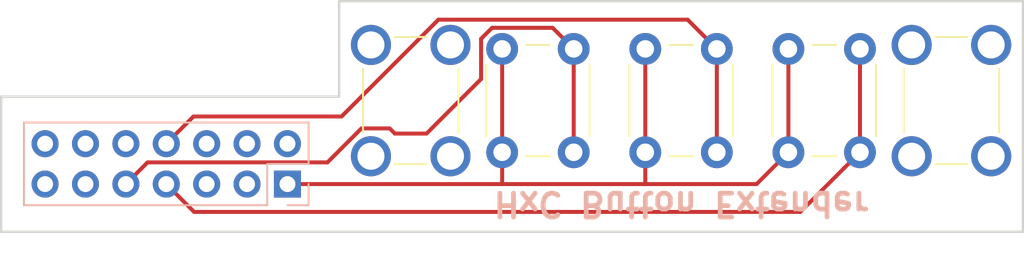
<source format=kicad_pcb>
(kicad_pcb (version 20171130) (host pcbnew "(5.1.0-0)")

  (general
    (thickness 1.6)
    (drawings 11)
    (tracks 35)
    (zones 0)
    (modules 8)
    (nets 17)
  )

  (page A4)
  (layers
    (0 F.Cu signal)
    (31 B.Cu signal)
    (32 B.Adhes user)
    (33 F.Adhes user)
    (34 B.Paste user)
    (35 F.Paste user)
    (36 B.SilkS user)
    (37 F.SilkS user)
    (38 B.Mask user)
    (39 F.Mask user)
    (40 Dwgs.User user)
    (41 Cmts.User user)
    (42 Eco1.User user)
    (43 Eco2.User user)
    (44 Edge.Cuts user)
    (45 Margin user)
    (46 B.CrtYd user)
    (47 F.CrtYd user)
    (48 B.Fab user)
    (49 F.Fab user)
  )

  (setup
    (last_trace_width 0.25)
    (trace_clearance 0.2)
    (zone_clearance 0.508)
    (zone_45_only no)
    (trace_min 0.2)
    (via_size 0.8)
    (via_drill 0.4)
    (via_min_size 0.4)
    (via_min_drill 0.3)
    (uvia_size 0.3)
    (uvia_drill 0.1)
    (uvias_allowed no)
    (uvia_min_size 0.2)
    (uvia_min_drill 0.1)
    (edge_width 0.15)
    (segment_width 0.2)
    (pcb_text_width 0.3)
    (pcb_text_size 1.5 1.5)
    (mod_edge_width 0.15)
    (mod_text_size 1 1)
    (mod_text_width 0.15)
    (pad_size 1.524 1.524)
    (pad_drill 0.762)
    (pad_to_mask_clearance 0.051)
    (solder_mask_min_width 0.25)
    (aux_axis_origin 0 0)
    (visible_elements FFFFFF7F)
    (pcbplotparams
      (layerselection 0x010f0_ffffffff)
      (usegerberextensions true)
      (usegerberattributes false)
      (usegerberadvancedattributes false)
      (creategerberjobfile false)
      (excludeedgelayer true)
      (linewidth 0.100000)
      (plotframeref false)
      (viasonmask false)
      (mode 1)
      (useauxorigin false)
      (hpglpennumber 1)
      (hpglpenspeed 20)
      (hpglpendiameter 15.000000)
      (psnegative false)
      (psa4output false)
      (plotreference true)
      (plotvalue true)
      (plotinvisibletext false)
      (padsonsilk false)
      (subtractmaskfromsilk false)
      (outputformat 1)
      (mirror false)
      (drillshape 0)
      (scaleselection 1)
      (outputdirectory "./"))
  )

  (net 0 "")
  (net 1 VSS)
  (net 2 "Net-(J1-Pad2)")
  (net 3 "Net-(J1-Pad3)")
  (net 4 "Net-(J1-Pad4)")
  (net 5 "Net-(J1-Pad5)")
  (net 6 "Net-(J1-Pad6)")
  (net 7 BUTTON_DOWN)
  (net 8 BUTTON_SELECT)
  (net 9 BUTTON_UP)
  (net 10 "Net-(J1-Pad10)")
  (net 11 "Net-(J1-Pad11)")
  (net 12 "Net-(J1-Pad12)")
  (net 13 "Net-(J1-Pad13)")
  (net 14 "Net-(J1-Pad14)")
  (net 15 "Net-(J2-Pad1)")
  (net 16 "Net-(J3-Pad1)")

  (net_class Default "This is the default net class."
    (clearance 0.2)
    (trace_width 0.25)
    (via_dia 0.8)
    (via_drill 0.4)
    (uvia_dia 0.3)
    (uvia_drill 0.1)
    (add_net BUTTON_DOWN)
    (add_net BUTTON_SELECT)
    (add_net BUTTON_UP)
    (add_net "Net-(J1-Pad10)")
    (add_net "Net-(J1-Pad11)")
    (add_net "Net-(J1-Pad12)")
    (add_net "Net-(J1-Pad13)")
    (add_net "Net-(J1-Pad14)")
    (add_net "Net-(J1-Pad2)")
    (add_net "Net-(J1-Pad3)")
    (add_net "Net-(J1-Pad4)")
    (add_net "Net-(J1-Pad5)")
    (add_net "Net-(J1-Pad6)")
    (add_net "Net-(J2-Pad1)")
    (add_net "Net-(J3-Pad1)")
    (add_net VSS)
  )

  (module MountingHole:MountingHole_3.5mm (layer F.Cu) (tedit 56D1B4CB) (tstamp 5C8C32E2)
    (at 59.5 61)
    (descr "Mounting Hole 3.5mm, no annular")
    (tags "mounting hole 3.5mm no annular")
    (path /5C8C2406)
    (attr virtual)
    (fp_text reference H1 (at 0 -4.5) (layer F.SilkS) hide
      (effects (font (size 1 1) (thickness 0.15)))
    )
    (fp_text value MountingHole (at 0 4.5) (layer F.Fab) hide
      (effects (font (size 1 1) (thickness 0.15)))
    )
    (fp_circle (center 0 0) (end 3.75 0) (layer F.CrtYd) (width 0.05))
    (fp_circle (center 0 0) (end 3.5 0) (layer Cmts.User) (width 0.15))
    (fp_text user %R (at 0.3 0) (layer F.Fab)
      (effects (font (size 1 1) (thickness 0.15)))
    )
    (pad 1 np_thru_hole circle (at 0 0) (size 3.5 3.5) (drill 3.5) (layers *.Cu *.Mask))
  )

  (module "TrueConnect:Tapped Terminal" (layer F.Cu) (tedit 5C8D7EA4) (tstamp 5C8D7FCA)
    (at 93.5 61 90)
    (path /5C8D6B23)
    (fp_text reference J3 (at 0 0.5 90) (layer F.SilkS) hide
      (effects (font (size 1 1) (thickness 0.15)))
    )
    (fp_text value Screw_Terminal_01x01 (at 0 -1.27 90) (layer F.Fab) hide
      (effects (font (size 1 1) (thickness 0.15)))
    )
    (fp_line (start -2 3) (end 2 3) (layer F.SilkS) (width 0.12))
    (fp_line (start -4 -1) (end -4 1) (layer F.SilkS) (width 0.12))
    (fp_line (start 4 -1) (end 4 1) (layer F.SilkS) (width 0.12))
    (fp_line (start -2 -3) (end 2 -3) (layer F.SilkS) (width 0.12))
    (pad 1 thru_hole circle (at 3.5 2.5 90) (size 2.524 2.524) (drill 1.7) (layers *.Cu *.Mask)
      (net 16 "Net-(J3-Pad1)"))
    (pad 1 thru_hole circle (at 3.5 -2.5 90) (size 2.524 2.524) (drill 1.7) (layers *.Cu *.Mask)
      (net 16 "Net-(J3-Pad1)"))
    (pad 1 thru_hole circle (at -3.5 -2.5 90) (size 2.524 2.524) (drill 1.7) (layers *.Cu *.Mask)
      (net 16 "Net-(J3-Pad1)"))
    (pad 1 thru_hole circle (at -3.5 2.5 90) (size 2.524 2.524) (drill 1.7) (layers *.Cu *.Mask)
      (net 16 "Net-(J3-Pad1)"))
  )

  (module "TrueConnect:Tapped Terminal" (layer F.Cu) (tedit 5C8D7EA4) (tstamp 5C8DAEED)
    (at 59.5 61 90)
    (path /5C8D4031)
    (fp_text reference J2 (at 0 0.5 90) (layer F.SilkS) hide
      (effects (font (size 1 1) (thickness 0.15)))
    )
    (fp_text value Screw_Terminal_01x01 (at 0 -1.27 90) (layer F.Fab) hide
      (effects (font (size 1 1) (thickness 0.15)))
    )
    (fp_line (start -2 3) (end 2 3) (layer F.SilkS) (width 0.12))
    (fp_line (start -4 -1) (end -4 1) (layer F.SilkS) (width 0.12))
    (fp_line (start 4 -1) (end 4 1) (layer F.SilkS) (width 0.12))
    (fp_line (start -2 -3) (end 2 -3) (layer F.SilkS) (width 0.12))
    (pad 1 thru_hole circle (at 3.5 2.5 90) (size 2.524 2.524) (drill 1.7) (layers *.Cu *.Mask)
      (net 15 "Net-(J2-Pad1)"))
    (pad 1 thru_hole circle (at 3.5 -2.5 90) (size 2.524 2.524) (drill 1.7) (layers *.Cu *.Mask)
      (net 15 "Net-(J2-Pad1)"))
    (pad 1 thru_hole circle (at -3.5 -2.5 90) (size 2.524 2.524) (drill 1.7) (layers *.Cu *.Mask)
      (net 15 "Net-(J2-Pad1)"))
    (pad 1 thru_hole circle (at -3.5 2.5 90) (size 2.524 2.524) (drill 1.7) (layers *.Cu *.Mask)
      (net 15 "Net-(J2-Pad1)"))
  )

  (module Button_Switch_THT:SW_PUSH_6mm_H9.5mm (layer F.Cu) (tedit 5A02FE31) (tstamp 5C8D7E2B)
    (at 65.25 64.25 90)
    (descr "tactile push button, 6x6mm e.g. PHAP33xx series, height=9.5mm")
    (tags "tact sw push 6mm")
    (path /5C816FEB)
    (fp_text reference SW3 (at 3.25 -2 90) (layer F.SilkS) hide
      (effects (font (size 1 1) (thickness 0.15)))
    )
    (fp_text value SW_SPST (at 3.75 6.7 90) (layer F.Fab) hide
      (effects (font (size 1 1) (thickness 0.15)))
    )
    (fp_circle (center 3.25 2.25) (end 1.25 2.5) (layer F.Fab) (width 0.1))
    (fp_line (start 6.75 3) (end 6.75 1.5) (layer F.SilkS) (width 0.12))
    (fp_line (start 5.5 -1) (end 1 -1) (layer F.SilkS) (width 0.12))
    (fp_line (start -0.25 1.5) (end -0.25 3) (layer F.SilkS) (width 0.12))
    (fp_line (start 1 5.5) (end 5.5 5.5) (layer F.SilkS) (width 0.12))
    (fp_line (start 8 -1.25) (end 8 5.75) (layer F.CrtYd) (width 0.05))
    (fp_line (start 7.75 6) (end -1.25 6) (layer F.CrtYd) (width 0.05))
    (fp_line (start -1.5 5.75) (end -1.5 -1.25) (layer F.CrtYd) (width 0.05))
    (fp_line (start -1.25 -1.5) (end 7.75 -1.5) (layer F.CrtYd) (width 0.05))
    (fp_line (start -1.5 6) (end -1.25 6) (layer F.CrtYd) (width 0.05))
    (fp_line (start -1.5 5.75) (end -1.5 6) (layer F.CrtYd) (width 0.05))
    (fp_line (start -1.5 -1.5) (end -1.25 -1.5) (layer F.CrtYd) (width 0.05))
    (fp_line (start -1.5 -1.25) (end -1.5 -1.5) (layer F.CrtYd) (width 0.05))
    (fp_line (start 8 -1.5) (end 8 -1.25) (layer F.CrtYd) (width 0.05))
    (fp_line (start 7.75 -1.5) (end 8 -1.5) (layer F.CrtYd) (width 0.05))
    (fp_line (start 8 6) (end 8 5.75) (layer F.CrtYd) (width 0.05))
    (fp_line (start 7.75 6) (end 8 6) (layer F.CrtYd) (width 0.05))
    (fp_line (start 0.25 -0.75) (end 3.25 -0.75) (layer F.Fab) (width 0.1))
    (fp_line (start 0.25 5.25) (end 0.25 -0.75) (layer F.Fab) (width 0.1))
    (fp_line (start 6.25 5.25) (end 0.25 5.25) (layer F.Fab) (width 0.1))
    (fp_line (start 6.25 -0.75) (end 6.25 5.25) (layer F.Fab) (width 0.1))
    (fp_line (start 3.25 -0.75) (end 6.25 -0.75) (layer F.Fab) (width 0.1))
    (fp_text user %R (at 3.25 2.25 90) (layer F.Fab) hide
      (effects (font (size 1 1) (thickness 0.15)))
    )
    (pad 1 thru_hole circle (at 6.5 0 180) (size 2 2) (drill 1.1) (layers *.Cu *.Mask)
      (net 1 VSS))
    (pad 2 thru_hole circle (at 6.5 4.5 180) (size 2 2) (drill 1.1) (layers *.Cu *.Mask)
      (net 9 BUTTON_UP))
    (pad 1 thru_hole circle (at 0 0 180) (size 2 2) (drill 1.1) (layers *.Cu *.Mask)
      (net 1 VSS))
    (pad 2 thru_hole circle (at 0 4.5 180) (size 2 2) (drill 1.1) (layers *.Cu *.Mask)
      (net 9 BUTTON_UP))
    (model ${KISYS3DMOD}/Button_Switch_THT.3dshapes/SW_PUSH_6mm_H9.5mm.wrl
      (at (xyz 0 0 0))
      (scale (xyz 1 1 1))
      (rotate (xyz 0 0 0))
    )
  )

  (module Button_Switch_THT:SW_PUSH_6mm_H9.5mm (layer F.Cu) (tedit 5A02FE31) (tstamp 5C8C334C)
    (at 74.25 64.25 90)
    (descr "tactile push button, 6x6mm e.g. PHAP33xx series, height=9.5mm")
    (tags "tact sw push 6mm")
    (path /5C816F84)
    (fp_text reference SW2 (at 3.25 -2 90) (layer F.SilkS) hide
      (effects (font (size 1 1) (thickness 0.15)))
    )
    (fp_text value SW_SPST (at 3.75 6.7 90) (layer F.Fab) hide
      (effects (font (size 1 1) (thickness 0.15)))
    )
    (fp_circle (center 3.25 2.25) (end 1.25 2.5) (layer F.Fab) (width 0.1))
    (fp_line (start 6.75 3) (end 6.75 1.5) (layer F.SilkS) (width 0.12))
    (fp_line (start 5.5 -1) (end 1 -1) (layer F.SilkS) (width 0.12))
    (fp_line (start -0.25 1.5) (end -0.25 3) (layer F.SilkS) (width 0.12))
    (fp_line (start 1 5.5) (end 5.5 5.5) (layer F.SilkS) (width 0.12))
    (fp_line (start 8 -1.25) (end 8 5.75) (layer F.CrtYd) (width 0.05))
    (fp_line (start 7.75 6) (end -1.25 6) (layer F.CrtYd) (width 0.05))
    (fp_line (start -1.5 5.75) (end -1.5 -1.25) (layer F.CrtYd) (width 0.05))
    (fp_line (start -1.25 -1.5) (end 7.75 -1.5) (layer F.CrtYd) (width 0.05))
    (fp_line (start -1.5 6) (end -1.25 6) (layer F.CrtYd) (width 0.05))
    (fp_line (start -1.5 5.75) (end -1.5 6) (layer F.CrtYd) (width 0.05))
    (fp_line (start -1.5 -1.5) (end -1.25 -1.5) (layer F.CrtYd) (width 0.05))
    (fp_line (start -1.5 -1.25) (end -1.5 -1.5) (layer F.CrtYd) (width 0.05))
    (fp_line (start 8 -1.5) (end 8 -1.25) (layer F.CrtYd) (width 0.05))
    (fp_line (start 7.75 -1.5) (end 8 -1.5) (layer F.CrtYd) (width 0.05))
    (fp_line (start 8 6) (end 8 5.75) (layer F.CrtYd) (width 0.05))
    (fp_line (start 7.75 6) (end 8 6) (layer F.CrtYd) (width 0.05))
    (fp_line (start 0.25 -0.75) (end 3.25 -0.75) (layer F.Fab) (width 0.1))
    (fp_line (start 0.25 5.25) (end 0.25 -0.75) (layer F.Fab) (width 0.1))
    (fp_line (start 6.25 5.25) (end 0.25 5.25) (layer F.Fab) (width 0.1))
    (fp_line (start 6.25 -0.75) (end 6.25 5.25) (layer F.Fab) (width 0.1))
    (fp_line (start 3.25 -0.75) (end 6.25 -0.75) (layer F.Fab) (width 0.1))
    (fp_text user %R (at 3.25 2.25 90) (layer F.Fab) hide
      (effects (font (size 1 1) (thickness 0.15)))
    )
    (pad 1 thru_hole circle (at 6.5 0 180) (size 2 2) (drill 1.1) (layers *.Cu *.Mask)
      (net 1 VSS))
    (pad 2 thru_hole circle (at 6.5 4.5 180) (size 2 2) (drill 1.1) (layers *.Cu *.Mask)
      (net 8 BUTTON_SELECT))
    (pad 1 thru_hole circle (at 0 0 180) (size 2 2) (drill 1.1) (layers *.Cu *.Mask)
      (net 1 VSS))
    (pad 2 thru_hole circle (at 0 4.5 180) (size 2 2) (drill 1.1) (layers *.Cu *.Mask)
      (net 8 BUTTON_SELECT))
    (model ${KISYS3DMOD}/Button_Switch_THT.3dshapes/SW_PUSH_6mm_H9.5mm.wrl
      (at (xyz 0 0 0))
      (scale (xyz 1 1 1))
      (rotate (xyz 0 0 0))
    )
  )

  (module Button_Switch_THT:SW_PUSH_6mm_H9.5mm (layer F.Cu) (tedit 5A02FE31) (tstamp 5C8C332D)
    (at 83.25 64.25 90)
    (descr "tactile push button, 6x6mm e.g. PHAP33xx series, height=9.5mm")
    (tags "tact sw push 6mm")
    (path /5C816F06)
    (fp_text reference SW1 (at 3.25 -2 90) (layer F.SilkS) hide
      (effects (font (size 1 1) (thickness 0.15)))
    )
    (fp_text value SW_SPST (at 3.75 6.7 90) (layer F.Fab) hide
      (effects (font (size 1 1) (thickness 0.15)))
    )
    (fp_circle (center 3.25 2.25) (end 1.25 2.5) (layer F.Fab) (width 0.1))
    (fp_line (start 6.75 3) (end 6.75 1.5) (layer F.SilkS) (width 0.12))
    (fp_line (start 5.5 -1) (end 1 -1) (layer F.SilkS) (width 0.12))
    (fp_line (start -0.25 1.5) (end -0.25 3) (layer F.SilkS) (width 0.12))
    (fp_line (start 1 5.5) (end 5.5 5.5) (layer F.SilkS) (width 0.12))
    (fp_line (start 8 -1.25) (end 8 5.75) (layer F.CrtYd) (width 0.05))
    (fp_line (start 7.75 6) (end -1.25 6) (layer F.CrtYd) (width 0.05))
    (fp_line (start -1.5 5.75) (end -1.5 -1.25) (layer F.CrtYd) (width 0.05))
    (fp_line (start -1.25 -1.5) (end 7.75 -1.5) (layer F.CrtYd) (width 0.05))
    (fp_line (start -1.5 6) (end -1.25 6) (layer F.CrtYd) (width 0.05))
    (fp_line (start -1.5 5.75) (end -1.5 6) (layer F.CrtYd) (width 0.05))
    (fp_line (start -1.5 -1.5) (end -1.25 -1.5) (layer F.CrtYd) (width 0.05))
    (fp_line (start -1.5 -1.25) (end -1.5 -1.5) (layer F.CrtYd) (width 0.05))
    (fp_line (start 8 -1.5) (end 8 -1.25) (layer F.CrtYd) (width 0.05))
    (fp_line (start 7.75 -1.5) (end 8 -1.5) (layer F.CrtYd) (width 0.05))
    (fp_line (start 8 6) (end 8 5.75) (layer F.CrtYd) (width 0.05))
    (fp_line (start 7.75 6) (end 8 6) (layer F.CrtYd) (width 0.05))
    (fp_line (start 0.25 -0.75) (end 3.25 -0.75) (layer F.Fab) (width 0.1))
    (fp_line (start 0.25 5.25) (end 0.25 -0.75) (layer F.Fab) (width 0.1))
    (fp_line (start 6.25 5.25) (end 0.25 5.25) (layer F.Fab) (width 0.1))
    (fp_line (start 6.25 -0.75) (end 6.25 5.25) (layer F.Fab) (width 0.1))
    (fp_line (start 3.25 -0.75) (end 6.25 -0.75) (layer F.Fab) (width 0.1))
    (fp_text user %R (at 3.25 2.25 90) (layer F.Fab) hide
      (effects (font (size 1 1) (thickness 0.15)))
    )
    (pad 1 thru_hole circle (at 6.5 0 180) (size 2 2) (drill 1.1) (layers *.Cu *.Mask)
      (net 1 VSS))
    (pad 2 thru_hole circle (at 6.5 4.5 180) (size 2 2) (drill 1.1) (layers *.Cu *.Mask)
      (net 7 BUTTON_DOWN))
    (pad 1 thru_hole circle (at 0 0 180) (size 2 2) (drill 1.1) (layers *.Cu *.Mask)
      (net 1 VSS))
    (pad 2 thru_hole circle (at 0 4.5 180) (size 2 2) (drill 1.1) (layers *.Cu *.Mask)
      (net 7 BUTTON_DOWN))
    (model ${KISYS3DMOD}/Button_Switch_THT.3dshapes/SW_PUSH_6mm_H9.5mm.wrl
      (at (xyz 0 0 0))
      (scale (xyz 1 1 1))
      (rotate (xyz 0 0 0))
    )
  )

  (module Connector_PinHeader_2.54mm:PinHeader_2x07_P2.54mm_Vertical (layer B.Cu) (tedit 59FED5CC) (tstamp 5C8E3624)
    (at 51.75 66.25 90)
    (descr "Through hole straight pin header, 2x07, 2.54mm pitch, double rows")
    (tags "Through hole pin header THT 2x07 2.54mm double row")
    (path /5C81707D)
    (fp_text reference J1 (at 1.27 2.33 90) (layer B.SilkS) hide
      (effects (font (size 1 1) (thickness 0.15)) (justify mirror))
    )
    (fp_text value Conn_02x07_Odd_Even (at 1.27 -17.57 90) (layer B.Fab) hide
      (effects (font (size 1 1) (thickness 0.15)) (justify mirror))
    )
    (fp_text user %R (at 1.27 -7.62) (layer B.Fab)
      (effects (font (size 1 1) (thickness 0.15)) (justify mirror))
    )
    (fp_line (start 4.35 1.8) (end -1.8 1.8) (layer B.CrtYd) (width 0.05))
    (fp_line (start 4.35 -17.05) (end 4.35 1.8) (layer B.CrtYd) (width 0.05))
    (fp_line (start -1.8 -17.05) (end 4.35 -17.05) (layer B.CrtYd) (width 0.05))
    (fp_line (start -1.8 1.8) (end -1.8 -17.05) (layer B.CrtYd) (width 0.05))
    (fp_line (start -1.33 1.33) (end 0 1.33) (layer B.SilkS) (width 0.12))
    (fp_line (start -1.33 0) (end -1.33 1.33) (layer B.SilkS) (width 0.12))
    (fp_line (start 1.27 1.33) (end 3.87 1.33) (layer B.SilkS) (width 0.12))
    (fp_line (start 1.27 -1.27) (end 1.27 1.33) (layer B.SilkS) (width 0.12))
    (fp_line (start -1.33 -1.27) (end 1.27 -1.27) (layer B.SilkS) (width 0.12))
    (fp_line (start 3.87 1.33) (end 3.87 -16.57) (layer B.SilkS) (width 0.12))
    (fp_line (start -1.33 -1.27) (end -1.33 -16.57) (layer B.SilkS) (width 0.12))
    (fp_line (start -1.33 -16.57) (end 3.87 -16.57) (layer B.SilkS) (width 0.12))
    (fp_line (start -1.27 0) (end 0 1.27) (layer B.Fab) (width 0.1))
    (fp_line (start -1.27 -16.51) (end -1.27 0) (layer B.Fab) (width 0.1))
    (fp_line (start 3.81 -16.51) (end -1.27 -16.51) (layer B.Fab) (width 0.1))
    (fp_line (start 3.81 1.27) (end 3.81 -16.51) (layer B.Fab) (width 0.1))
    (fp_line (start 0 1.27) (end 3.81 1.27) (layer B.Fab) (width 0.1))
    (pad 14 thru_hole oval (at 2.54 -15.24 90) (size 1.7 1.7) (drill 1) (layers *.Cu *.Mask)
      (net 14 "Net-(J1-Pad14)"))
    (pad 13 thru_hole oval (at 0 -15.24 90) (size 1.7 1.7) (drill 1) (layers *.Cu *.Mask)
      (net 13 "Net-(J1-Pad13)"))
    (pad 12 thru_hole oval (at 2.54 -12.7 90) (size 1.7 1.7) (drill 1) (layers *.Cu *.Mask)
      (net 12 "Net-(J1-Pad12)"))
    (pad 11 thru_hole oval (at 0 -12.7 90) (size 1.7 1.7) (drill 1) (layers *.Cu *.Mask)
      (net 11 "Net-(J1-Pad11)"))
    (pad 10 thru_hole oval (at 2.54 -10.16 90) (size 1.7 1.7) (drill 1) (layers *.Cu *.Mask)
      (net 10 "Net-(J1-Pad10)"))
    (pad 9 thru_hole oval (at 0 -10.16 90) (size 1.7 1.7) (drill 1) (layers *.Cu *.Mask)
      (net 9 BUTTON_UP))
    (pad 8 thru_hole oval (at 2.54 -7.62 90) (size 1.7 1.7) (drill 1) (layers *.Cu *.Mask)
      (net 8 BUTTON_SELECT))
    (pad 7 thru_hole oval (at 0 -7.62 90) (size 1.7 1.7) (drill 1) (layers *.Cu *.Mask)
      (net 7 BUTTON_DOWN))
    (pad 6 thru_hole oval (at 2.54 -5.08 90) (size 1.7 1.7) (drill 1) (layers *.Cu *.Mask)
      (net 6 "Net-(J1-Pad6)"))
    (pad 5 thru_hole oval (at 0 -5.08 90) (size 1.7 1.7) (drill 1) (layers *.Cu *.Mask)
      (net 5 "Net-(J1-Pad5)"))
    (pad 4 thru_hole oval (at 2.54 -2.54 90) (size 1.7 1.7) (drill 1) (layers *.Cu *.Mask)
      (net 4 "Net-(J1-Pad4)"))
    (pad 3 thru_hole oval (at 0 -2.54 90) (size 1.7 1.7) (drill 1) (layers *.Cu *.Mask)
      (net 3 "Net-(J1-Pad3)"))
    (pad 2 thru_hole oval (at 2.54 0 90) (size 1.7 1.7) (drill 1) (layers *.Cu *.Mask)
      (net 2 "Net-(J1-Pad2)"))
    (pad 1 thru_hole rect (at 0 0 90) (size 1.7 1.7) (drill 1) (layers *.Cu *.Mask)
      (net 1 VSS))
    (model ${KISYS3DMOD}/Connector_PinHeader_2.54mm.3dshapes/PinHeader_2x07_P2.54mm_Vertical.wrl
      (at (xyz 0 0 0))
      (scale (xyz 1 1 1))
      (rotate (xyz 0 0 0))
    )
  )

  (module MountingHole:MountingHole_3.5mm (layer F.Cu) (tedit 56D1B4CB) (tstamp 5C8D8131)
    (at 93.5 61)
    (descr "Mounting Hole 3.5mm, no annular")
    (tags "mounting hole 3.5mm no annular")
    (path /5C8C244C)
    (attr virtual)
    (fp_text reference H2 (at 0 -4.5) (layer F.SilkS) hide
      (effects (font (size 1 1) (thickness 0.15)))
    )
    (fp_text value MountingHole (at 0 4.5) (layer F.Fab) hide
      (effects (font (size 1 1) (thickness 0.15)))
    )
    (fp_circle (center 0 0) (end 3.75 0) (layer F.CrtYd) (width 0.05))
    (fp_circle (center 0 0) (end 3.5 0) (layer Cmts.User) (width 0.15))
    (fp_text user %R (at 0.3 0) (layer F.Fab)
      (effects (font (size 1 1) (thickness 0.15)))
    )
    (pad 1 np_thru_hole circle (at 0 0) (size 3.5 3.5) (drill 3.5) (layers *.Cu *.Mask))
  )

  (gr_line (start 98 69.25) (end 33.75 69.25) (layer Edge.Cuts) (width 0.15) (tstamp 5C8E387D))
  (gr_line (start 55 60.75) (end 33.75 60.75) (layer Edge.Cuts) (width 0.15) (tstamp 5C8E3872))
  (dimension 8 (width 0.15) (layer Dwgs.User)
    (gr_text "8.000 mm" (at 89.5 72.3) (layer Dwgs.User)
      (effects (font (size 1 1) (thickness 0.15)))
    )
    (feature1 (pts (xy 93.5 61) (xy 93.5 71.586421)))
    (feature2 (pts (xy 85.5 61) (xy 85.5 71.586421)))
    (crossbar (pts (xy 85.5 71) (xy 93.5 71)))
    (arrow1a (pts (xy 93.5 71) (xy 92.373496 71.586421)))
    (arrow1b (pts (xy 93.5 71) (xy 92.373496 70.413579)))
    (arrow2a (pts (xy 85.5 71) (xy 86.626504 71.586421)))
    (arrow2b (pts (xy 85.5 71) (xy 86.626504 70.413579)))
  )
  (dimension 9 (width 0.15) (layer Dwgs.User)
    (gr_text "9.000 mm" (at 81 72.3) (layer Dwgs.User)
      (effects (font (size 1 1) (thickness 0.15)))
    )
    (feature1 (pts (xy 85.5 61) (xy 85.5 71.586421)))
    (feature2 (pts (xy 76.5 61) (xy 76.5 71.586421)))
    (crossbar (pts (xy 76.5 71) (xy 85.5 71)))
    (arrow1a (pts (xy 85.5 71) (xy 84.373496 71.586421)))
    (arrow1b (pts (xy 85.5 71) (xy 84.373496 70.413579)))
    (arrow2a (pts (xy 76.5 71) (xy 77.626504 71.586421)))
    (arrow2b (pts (xy 76.5 71) (xy 77.626504 70.413579)))
  )
  (dimension 9 (width 0.15) (layer Dwgs.User)
    (gr_text "9.000 mm" (at 72 72.3) (layer Dwgs.User)
      (effects (font (size 1 1) (thickness 0.15)))
    )
    (feature1 (pts (xy 76.5 61) (xy 76.5 71.586421)))
    (feature2 (pts (xy 67.5 61) (xy 67.5 71.586421)))
    (crossbar (pts (xy 67.5 71) (xy 76.5 71)))
    (arrow1a (pts (xy 76.5 71) (xy 75.373496 71.586421)))
    (arrow1b (pts (xy 76.5 71) (xy 75.373496 70.413579)))
    (arrow2a (pts (xy 67.5 71) (xy 68.626504 71.586421)))
    (arrow2b (pts (xy 67.5 71) (xy 68.626504 70.413579)))
  )
  (dimension 8 (width 0.15) (layer Dwgs.User)
    (gr_text "8.000 mm" (at 63.5 72.3) (layer Dwgs.User)
      (effects (font (size 1 1) (thickness 0.15)))
    )
    (feature1 (pts (xy 67.5 61) (xy 67.5 71.586421)))
    (feature2 (pts (xy 59.5 61) (xy 59.5 71.586421)))
    (crossbar (pts (xy 59.5 71) (xy 67.5 71)))
    (arrow1a (pts (xy 67.5 71) (xy 66.373496 71.586421)))
    (arrow1b (pts (xy 67.5 71) (xy 66.373496 70.413579)))
    (arrow2a (pts (xy 59.5 71) (xy 60.626504 71.586421)))
    (arrow2b (pts (xy 59.5 71) (xy 60.626504 70.413579)))
  )
  (gr_line (start 33.75 60.75) (end 33.75 69.25) (layer Edge.Cuts) (width 0.15))
  (gr_line (start 55 54.75) (end 55 60.75) (layer Edge.Cuts) (width 0.15))
  (gr_line (start 98 54.75) (end 98 69.25) (layer Edge.Cuts) (width 0.15) (tstamp 5C8D9424))
  (gr_line (start 55 54.75) (end 98 54.75) (layer Edge.Cuts) (width 0.15))
  (gr_text "HxC Button Extender" (at 76.5 67.5 180) (layer B.SilkS) (tstamp 5C8D88E4)
    (effects (font (size 1.5 1.5) (thickness 0.3)) (justify mirror))
  )

  (segment (start 65.25 66.25) (end 65.25 64.25) (width 0.25) (layer F.Cu) (net 1))
  (segment (start 65.25 66.25) (end 74.25 66.25) (width 0.25) (layer F.Cu) (net 1))
  (segment (start 74.25 66.25) (end 74.25 64.25) (width 0.25) (layer F.Cu) (net 1))
  (segment (start 81.25 66.25) (end 83.25 64.25) (width 0.25) (layer F.Cu) (net 1))
  (segment (start 74.25 66.25) (end 81.25 66.25) (width 0.25) (layer F.Cu) (net 1))
  (segment (start 83.25 64.25) (end 83.25 57.75) (width 0.25) (layer F.Cu) (net 1))
  (segment (start 74.25 64.25) (end 74.25 57.75) (width 0.25) (layer F.Cu) (net 1))
  (segment (start 65.25 64.25) (end 65.25 57.75) (width 0.25) (layer F.Cu) (net 1))
  (segment (start 51.75 66.25) (end 65.25 66.25) (width 0.25) (layer F.Cu) (net 1))
  (segment (start 87.75 64.25) (end 87.75 57.75) (width 0.25) (layer F.Cu) (net 7))
  (segment (start 84 68) (end 86.750001 65.249999) (width 0.25) (layer F.Cu) (net 7))
  (segment (start 45.88 68) (end 84 68) (width 0.25) (layer F.Cu) (net 7))
  (segment (start 86.750001 65.249999) (end 87.75 64.25) (width 0.25) (layer F.Cu) (net 7))
  (segment (start 44.13 66.25) (end 45.88 68) (width 0.25) (layer F.Cu) (net 7))
  (segment (start 78.75 64.25) (end 78.75 57.75) (width 0.25) (layer F.Cu) (net 8))
  (segment (start 77.750001 56.750001) (end 78.75 57.75) (width 0.25) (layer F.Cu) (net 8))
  (segment (start 76.912999 55.912999) (end 77.750001 56.750001) (width 0.25) (layer F.Cu) (net 8))
  (segment (start 55.151238 62) (end 61.238239 55.912999) (width 0.25) (layer F.Cu) (net 8))
  (segment (start 44.13 63.71) (end 45.84 62) (width 0.25) (layer F.Cu) (net 8))
  (segment (start 61.238239 55.912999) (end 76.912999 55.912999) (width 0.25) (layer F.Cu) (net 8))
  (segment (start 45.84 62) (end 55.151238 62) (width 0.25) (layer F.Cu) (net 8))
  (segment (start 69.75 59.164213) (end 69.75 64.25) (width 0.25) (layer F.Cu) (net 9))
  (segment (start 69.75 57.75) (end 69.75 59.164213) (width 0.25) (layer F.Cu) (net 9))
  (segment (start 68.424999 56.424999) (end 68.750001 56.750001) (width 0.25) (layer F.Cu) (net 9))
  (segment (start 64.613999 56.424999) (end 68.424999 56.424999) (width 0.25) (layer F.Cu) (net 9))
  (segment (start 63.924999 57.113999) (end 64.613999 56.424999) (width 0.25) (layer F.Cu) (net 9))
  (segment (start 58.178998 62.75) (end 58.503999 63.075001) (width 0.25) (layer F.Cu) (net 9))
  (segment (start 63.924999 59.646003) (end 63.924999 57.113999) (width 0.25) (layer F.Cu) (net 9))
  (segment (start 60.496001 63.075001) (end 63.924999 59.646003) (width 0.25) (layer F.Cu) (net 9))
  (segment (start 58.503999 63.075001) (end 60.496001 63.075001) (width 0.25) (layer F.Cu) (net 9))
  (segment (start 41.59 66.25) (end 42.954999 64.885001) (width 0.25) (layer F.Cu) (net 9))
  (segment (start 56.401238 62.75) (end 58.178998 62.75) (width 0.25) (layer F.Cu) (net 9))
  (segment (start 68.750001 56.750001) (end 69.75 57.75) (width 0.25) (layer F.Cu) (net 9))
  (segment (start 54.266237 64.885001) (end 56.401238 62.75) (width 0.25) (layer F.Cu) (net 9))
  (segment (start 42.954999 64.885001) (end 54.266237 64.885001) (width 0.25) (layer F.Cu) (net 9))

)

</source>
